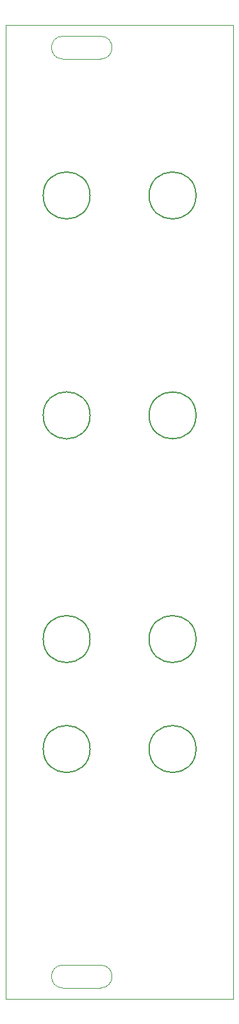
<source format=gm1>
%TF.GenerationSoftware,KiCad,Pcbnew,(7.0.0)*%
%TF.CreationDate,2023-02-15T08:30:01-05:00*%
%TF.ProjectId,ER-VCF-02-PANEL,45522d56-4346-42d3-9032-2d50414e454c,1*%
%TF.SameCoordinates,Original*%
%TF.FileFunction,Profile,NP*%
%FSLAX46Y46*%
G04 Gerber Fmt 4.6, Leading zero omitted, Abs format (unit mm)*
G04 Created by KiCad (PCBNEW (7.0.0)) date 2023-02-15 08:30:01*
%MOMM*%
%LPD*%
G01*
G04 APERTURE LIST*
%TA.AperFunction,Profile*%
%ADD10C,0.100000*%
%TD*%
%TA.AperFunction,Profile*%
%ADD11C,0.150000*%
%TD*%
G04 APERTURE END LIST*
D10*
X65000000Y-124000000D02*
X70000000Y-124000000D01*
D11*
X82600000Y-81000000D02*
G75*
G03*
X82600000Y-81000000I-3100000J0D01*
G01*
D10*
X57500000Y0D02*
X87500000Y0D01*
X87500000Y0D02*
X87500000Y-128500000D01*
X87500000Y-128500000D02*
X57500000Y-128500000D01*
X57500000Y-128500000D02*
X57500000Y0D01*
X65000000Y-127000000D02*
X70000000Y-127000000D01*
X65000000Y-1500000D02*
G75*
G03*
X65000000Y-4500000I0J-1500000D01*
G01*
D11*
X68600000Y-81000000D02*
G75*
G03*
X68600000Y-81000000I-3100000J0D01*
G01*
X82599988Y-22500000D02*
G75*
G03*
X82599988Y-22500000I-3100000J0D01*
G01*
X68600000Y-95500000D02*
G75*
G03*
X68600000Y-95500000I-3100000J0D01*
G01*
D10*
X70000000Y-4500000D02*
G75*
G03*
X70000000Y-1500000I0J1500000D01*
G01*
X70000000Y-127000000D02*
G75*
G03*
X70000000Y-124000000I0J1500000D01*
G01*
X65000000Y-124000000D02*
G75*
G03*
X65000000Y-127000000I0J-1500000D01*
G01*
D11*
X68600000Y-51500000D02*
G75*
G03*
X68600000Y-51500000I-3100000J0D01*
G01*
D10*
X65000000Y-1500000D02*
X70000000Y-1500000D01*
X65000000Y-4500000D02*
X70000000Y-4500000D01*
D11*
X68600000Y-22500000D02*
G75*
G03*
X68600000Y-22500000I-3100000J0D01*
G01*
X82600000Y-51500000D02*
G75*
G03*
X82600000Y-51500000I-3100000J0D01*
G01*
X82600000Y-95500000D02*
G75*
G03*
X82600000Y-95500000I-3100000J0D01*
G01*
M02*

</source>
